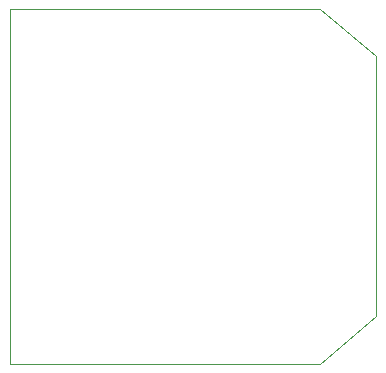
<source format=gko>
%TF.GenerationSoftware,KiCad,Pcbnew,(6.0.9)*%
%TF.CreationDate,2023-10-26T15:22:17+09:00*%
%TF.ProjectId,JTAG_to_SWD,4a544147-5f74-46f5-9f53-57442e6b6963,rev?*%
%TF.SameCoordinates,PX1c9c380PYaba9500*%
%TF.FileFunction,Profile,NP*%
%FSLAX46Y46*%
G04 Gerber Fmt 4.6, Leading zero omitted, Abs format (unit mm)*
G04 Created by KiCad (PCBNEW (6.0.9)) date 2023-10-26 15:22:17*
%MOMM*%
%LPD*%
G01*
G04 APERTURE LIST*
%TA.AperFunction,Profile*%
%ADD10C,0.100000*%
%TD*%
G04 APERTURE END LIST*
D10*
X31000000Y4000000D02*
X31000000Y26050000D01*
X26300000Y30000000D02*
X31000000Y26050000D01*
X0Y0D02*
X26300000Y0D01*
X0Y30000000D02*
X0Y0D01*
X26300000Y0D02*
X31000000Y4000000D01*
X26300000Y30000000D02*
X0Y30000000D01*
M02*

</source>
